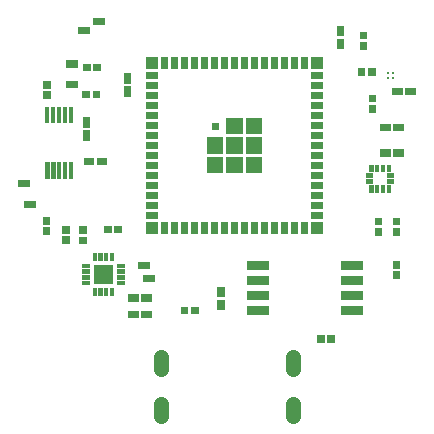
<source format=gts>
G04 Layer: TopSolderMaskLayer*
G04 EasyEDA v6.4.31, 2022-02-15 11:42:09*
G04 cf861d6554b0406c859822548a314204,c17a8ced473b4d519dda31697e0e54b6,10*
G04 Gerber Generator version 0.2*
G04 Scale: 100 percent, Rotated: No, Reflected: No *
G04 Dimensions in inches *
G04 leading zeros omitted , absolute positions ,3 integer and 6 decimal *
%FSLAX36Y36*%
%MOIN*%

%ADD82C,0.0512*%
%ADD99C,0.0119*%

%LPD*%
D82*
X788549Y-554225D02*
G01*
X788549Y-593595D01*
X788549Y-711705D02*
G01*
X788549Y-751075D01*
X346039Y-554225D02*
G01*
X346039Y-593595D01*
X346039Y-711705D02*
G01*
X346039Y-751075D01*
G36*
X-129700Y13099D02*
G01*
X-129700Y36900D01*
X-90200Y36900D01*
X-90200Y13099D01*
G37*
G36*
X-109700Y-56900D02*
G01*
X-109700Y-33099D01*
X-70200Y-33099D01*
X-70200Y-56900D01*
G37*
G36*
X271799Y-262100D02*
G01*
X271799Y-238299D01*
X311299Y-238299D01*
X311299Y-262100D01*
G37*
G36*
X287699Y-305599D02*
G01*
X287699Y-281799D01*
X327199Y-281799D01*
X327199Y-305599D01*
G37*
G36*
X30799Y340599D02*
G01*
X30799Y364400D01*
X70299Y364400D01*
X70299Y340599D01*
G37*
G36*
X31299Y410100D02*
G01*
X31299Y433899D01*
X70799Y433899D01*
X70799Y410100D01*
G37*
G36*
X120299Y553099D02*
G01*
X120299Y576900D01*
X159799Y576900D01*
X159799Y553099D01*
G37*
G36*
X70299Y523099D02*
G01*
X70299Y546900D01*
X109799Y546900D01*
X109799Y523099D01*
G37*
G36*
X1002099Y382399D02*
G01*
X1002099Y407600D01*
X1028399Y407600D01*
X1028399Y382399D01*
G37*
G36*
X1036199Y382399D02*
G01*
X1036199Y407600D01*
X1062500Y407600D01*
X1062500Y382399D01*
G37*
G36*
X1039699Y259800D02*
G01*
X1039699Y286100D01*
X1064899Y286100D01*
X1064899Y259800D01*
G37*
G36*
X1039699Y293899D02*
G01*
X1039699Y320199D01*
X1064899Y320199D01*
X1064899Y293899D01*
G37*
G36*
X118799Y307800D02*
G01*
X118799Y333000D01*
X145099Y333000D01*
X145099Y307800D01*
G37*
G36*
X84699Y307800D02*
G01*
X84699Y333000D01*
X110999Y333000D01*
X110999Y307800D01*
G37*
G36*
X119799Y398499D02*
G01*
X119799Y423699D01*
X146099Y423699D01*
X146099Y398499D01*
G37*
G36*
X85699Y398499D02*
G01*
X85699Y423699D01*
X111999Y423699D01*
X111999Y398499D01*
G37*
G36*
X190399Y-142199D02*
G01*
X190399Y-116999D01*
X216699Y-116999D01*
X216699Y-142199D01*
G37*
G36*
X156299Y-142199D02*
G01*
X156299Y-116999D01*
X182599Y-116999D01*
X182599Y-142199D01*
G37*
G36*
X82099Y-256999D02*
G01*
X82099Y-243099D01*
X109799Y-243099D01*
X109799Y-256999D01*
G37*
G36*
X82099Y-276599D02*
G01*
X82099Y-262800D01*
X109799Y-262800D01*
X109799Y-276599D01*
G37*
G36*
X82099Y-296300D02*
G01*
X82099Y-282500D01*
X109799Y-282500D01*
X109799Y-296300D01*
G37*
G36*
X82099Y-315999D02*
G01*
X82099Y-302199D01*
X109799Y-302199D01*
X109799Y-315999D01*
G37*
G36*
X118599Y-352399D02*
G01*
X118599Y-324699D01*
X132500Y-324699D01*
X132500Y-352399D01*
G37*
G36*
X138299Y-352399D02*
G01*
X138299Y-324699D01*
X152199Y-324699D01*
X152199Y-352399D01*
G37*
G36*
X157999Y-352399D02*
G01*
X157999Y-324699D01*
X171799Y-324699D01*
X171799Y-352399D01*
G37*
G36*
X177699Y-352399D02*
G01*
X177699Y-324699D01*
X191499Y-324699D01*
X191499Y-352399D01*
G37*
G36*
X200199Y-315900D02*
G01*
X200199Y-302100D01*
X227899Y-302100D01*
X227899Y-315900D01*
G37*
G36*
X200199Y-296300D02*
G01*
X200199Y-282399D01*
X227899Y-282399D01*
X227899Y-296300D01*
G37*
G36*
X200199Y-276599D02*
G01*
X200199Y-262699D01*
X227899Y-262699D01*
X227899Y-276599D01*
G37*
G36*
X200199Y-256999D02*
G01*
X200199Y-243099D01*
X227899Y-243099D01*
X227899Y-256999D01*
G37*
G36*
X177699Y-234299D02*
G01*
X177699Y-206599D01*
X191499Y-206599D01*
X191499Y-234299D01*
G37*
G36*
X157999Y-234299D02*
G01*
X157999Y-206599D01*
X171799Y-206599D01*
X171799Y-234299D01*
G37*
G36*
X138299Y-234299D02*
G01*
X138299Y-206599D01*
X152199Y-206599D01*
X152199Y-234299D01*
G37*
G36*
X118599Y-234299D02*
G01*
X118599Y-206599D01*
X132500Y-206599D01*
X132500Y-234299D01*
G37*
G36*
X123499Y-310999D02*
G01*
X123499Y-248000D01*
X186499Y-248000D01*
X186499Y-310999D01*
G37*
G36*
X222399Y313400D02*
G01*
X222399Y348499D01*
X247599Y348499D01*
X247599Y313400D01*
G37*
G36*
X222399Y356300D02*
G01*
X222399Y391399D01*
X247599Y391399D01*
X247599Y356300D01*
G37*
G36*
X446199Y-412600D02*
G01*
X446199Y-387399D01*
X472500Y-387399D01*
X472500Y-412600D01*
G37*
G36*
X412099Y-412600D02*
G01*
X412099Y-387399D01*
X438399Y-387399D01*
X438399Y-412600D01*
G37*
G36*
X867099Y-507600D02*
G01*
X867099Y-482399D01*
X893399Y-482399D01*
X893399Y-507600D01*
G37*
G36*
X901199Y-507600D02*
G01*
X901199Y-482399D01*
X927500Y-482399D01*
X927500Y-507600D01*
G37*
G36*
X40199Y226300D02*
G01*
X40199Y278699D01*
X53199Y278699D01*
X53199Y226300D01*
G37*
G36*
X20499Y226300D02*
G01*
X20499Y278699D01*
X33499Y278699D01*
X33499Y226300D01*
G37*
G36*
X799Y226300D02*
G01*
X799Y278699D01*
X13799Y278699D01*
X13799Y226300D01*
G37*
G36*
X-18900Y226300D02*
G01*
X-18900Y278699D01*
X-5900Y278699D01*
X-5900Y226300D01*
G37*
G36*
X-38600Y226300D02*
G01*
X-38600Y278699D01*
X-25600Y278699D01*
X-25600Y226300D01*
G37*
G36*
X-40000Y39899D02*
G01*
X-40000Y95100D01*
X-24200Y95100D01*
X-24200Y39899D01*
G37*
G36*
X-20300Y39899D02*
G01*
X-20300Y95100D01*
X-4500Y95100D01*
X-4500Y39899D01*
G37*
G36*
X-600Y39899D02*
G01*
X-600Y95100D01*
X15199Y95100D01*
X15199Y39899D01*
G37*
G36*
X19099Y39899D02*
G01*
X19099Y95100D01*
X34899Y95100D01*
X34899Y39899D01*
G37*
G36*
X38799Y39899D02*
G01*
X38799Y95100D01*
X54599Y95100D01*
X54599Y39899D01*
G37*
G36*
X932399Y513899D02*
G01*
X932399Y549000D01*
X957599Y549000D01*
X957599Y513899D01*
G37*
G36*
X932399Y470999D02*
G01*
X932399Y506100D01*
X957599Y506100D01*
X957599Y470999D01*
G37*
G36*
X534699Y-399000D02*
G01*
X534699Y-363899D01*
X559899Y-363899D01*
X559899Y-399000D01*
G37*
G36*
X534699Y-356100D02*
G01*
X534699Y-320999D01*
X559899Y-320999D01*
X559899Y-356100D01*
G37*
G36*
X89299Y84400D02*
G01*
X89299Y109600D01*
X124399Y109600D01*
X124399Y84400D01*
G37*
G36*
X132199Y84400D02*
G01*
X132199Y109600D01*
X167299Y109600D01*
X167299Y84400D01*
G37*
G36*
X86699Y208899D02*
G01*
X86699Y244000D01*
X111899Y244000D01*
X111899Y208899D01*
G37*
G36*
X86699Y165999D02*
G01*
X86699Y201100D01*
X111899Y201100D01*
X111899Y165999D01*
G37*
G36*
X1119699Y-295199D02*
G01*
X1119699Y-268899D01*
X1144899Y-268899D01*
X1144899Y-295199D01*
G37*
G36*
X1119699Y-261100D02*
G01*
X1119699Y-234800D01*
X1144899Y-234800D01*
X1144899Y-261100D01*
G37*
G36*
X-45300Y338899D02*
G01*
X-45300Y365199D01*
X-20100Y365199D01*
X-20100Y338899D01*
G37*
G36*
X-45300Y304800D02*
G01*
X-45300Y331100D01*
X-20100Y331100D01*
X-20100Y304800D01*
G37*
G36*
X1078299Y197399D02*
G01*
X1078299Y222600D01*
X1113399Y222600D01*
X1113399Y197399D01*
G37*
G36*
X1121199Y197399D02*
G01*
X1121199Y222600D01*
X1156299Y222600D01*
X1156299Y197399D01*
G37*
G36*
X1078299Y112399D02*
G01*
X1078299Y137600D01*
X1113399Y137600D01*
X1113399Y112399D01*
G37*
G36*
X1121199Y112399D02*
G01*
X1121199Y137600D01*
X1156299Y137600D01*
X1156299Y112399D01*
G37*
G36*
X1118299Y317399D02*
G01*
X1118299Y342600D01*
X1153399Y342600D01*
X1153399Y317399D01*
G37*
G36*
X1161199Y317399D02*
G01*
X1161199Y342600D01*
X1196299Y342600D01*
X1196299Y317399D01*
G37*
G36*
X1009699Y469800D02*
G01*
X1009699Y496100D01*
X1034899Y496100D01*
X1034899Y469800D01*
G37*
G36*
X1009699Y503899D02*
G01*
X1009699Y530199D01*
X1034899Y530199D01*
X1034899Y503899D01*
G37*
G36*
X1059699Y-150199D02*
G01*
X1059699Y-123899D01*
X1084899Y-123899D01*
X1084899Y-150199D01*
G37*
G36*
X1059699Y-116100D02*
G01*
X1059699Y-89800D01*
X1084899Y-89800D01*
X1084899Y-116100D01*
G37*
G36*
X1119699Y-116100D02*
G01*
X1119699Y-89800D01*
X1144899Y-89800D01*
X1144899Y-116100D01*
G37*
G36*
X1119699Y-150199D02*
G01*
X1119699Y-123899D01*
X1144899Y-123899D01*
X1144899Y-150199D01*
G37*
G36*
X296999Y405799D02*
G01*
X296999Y445300D01*
X336499Y445300D01*
X336499Y405799D01*
G37*
G36*
X296999Y-145300D02*
G01*
X296999Y-105799D01*
X336499Y-105799D01*
X336499Y-145300D01*
G37*
G36*
X848099Y405799D02*
G01*
X848099Y445300D01*
X887599Y445300D01*
X887599Y405799D01*
G37*
G36*
X848099Y-145300D02*
G01*
X848099Y-105799D01*
X887599Y-105799D01*
X887599Y-145300D01*
G37*
G36*
X296999Y372399D02*
G01*
X296999Y396100D01*
X336499Y396100D01*
X336499Y372399D01*
G37*
G36*
X296999Y338899D02*
G01*
X296999Y362699D01*
X336499Y362699D01*
X336499Y338899D01*
G37*
G36*
X296999Y305399D02*
G01*
X296999Y329200D01*
X336499Y329200D01*
X336499Y305399D01*
G37*
G36*
X296999Y271999D02*
G01*
X296999Y295700D01*
X336499Y295700D01*
X336499Y271999D01*
G37*
G36*
X296999Y238499D02*
G01*
X296999Y262300D01*
X336499Y262300D01*
X336499Y238499D01*
G37*
G36*
X296999Y205100D02*
G01*
X296999Y228800D01*
X336499Y228800D01*
X336499Y205100D01*
G37*
G36*
X296999Y171599D02*
G01*
X296999Y195300D01*
X336499Y195300D01*
X336499Y171599D01*
G37*
G36*
X296999Y138099D02*
G01*
X296999Y161900D01*
X336499Y161900D01*
X336499Y138099D01*
G37*
G36*
X296999Y104699D02*
G01*
X296999Y128400D01*
X336499Y128400D01*
X336499Y104699D01*
G37*
G36*
X296999Y71199D02*
G01*
X296999Y94899D01*
X336499Y94899D01*
X336499Y71199D01*
G37*
G36*
X296999Y37699D02*
G01*
X296999Y61500D01*
X336499Y61500D01*
X336499Y37699D01*
G37*
G36*
X296999Y4299D02*
G01*
X296999Y28000D01*
X336499Y28000D01*
X336499Y4299D01*
G37*
G36*
X296999Y-29200D02*
G01*
X296999Y-5399D01*
X336499Y-5399D01*
X336499Y-29200D01*
G37*
G36*
X296999Y-62699D02*
G01*
X296999Y-38899D01*
X336499Y-38899D01*
X336499Y-62699D01*
G37*
G36*
X296999Y-96100D02*
G01*
X296999Y-72399D01*
X336499Y-72399D01*
X336499Y-96100D01*
G37*
G36*
X346199Y-145300D02*
G01*
X346199Y-105799D01*
X369899Y-105799D01*
X369899Y-145300D01*
G37*
G36*
X379599Y-145300D02*
G01*
X379599Y-105799D01*
X403399Y-105799D01*
X403399Y-145300D01*
G37*
G36*
X413099Y-145300D02*
G01*
X413099Y-105799D01*
X436899Y-105799D01*
X436899Y-145300D01*
G37*
G36*
X446599Y-145300D02*
G01*
X446599Y-105799D01*
X470299Y-105799D01*
X470299Y-145300D01*
G37*
G36*
X480000Y-145300D02*
G01*
X480000Y-105799D01*
X503799Y-105799D01*
X503799Y-145300D01*
G37*
G36*
X513499Y-145300D02*
G01*
X513499Y-105799D01*
X537199Y-105799D01*
X537199Y-145300D01*
G37*
G36*
X546999Y-145300D02*
G01*
X546999Y-105799D01*
X570699Y-105799D01*
X570699Y-145300D01*
G37*
G36*
X580399Y-145300D02*
G01*
X580399Y-105799D01*
X604199Y-105799D01*
X604199Y-145300D01*
G37*
G36*
X613899Y-145300D02*
G01*
X613899Y-105799D01*
X637599Y-105799D01*
X637599Y-145300D01*
G37*
G36*
X647399Y-145300D02*
G01*
X647399Y-105799D01*
X671099Y-105799D01*
X671099Y-145300D01*
G37*
G36*
X680799Y-145300D02*
G01*
X680799Y-105799D01*
X704599Y-105799D01*
X704599Y-145300D01*
G37*
G36*
X714299Y-145300D02*
G01*
X714299Y-105799D01*
X737999Y-105799D01*
X737999Y-145300D01*
G37*
G36*
X747799Y-145300D02*
G01*
X747799Y-105799D01*
X771499Y-105799D01*
X771499Y-145300D01*
G37*
G36*
X781199Y-145300D02*
G01*
X781199Y-105799D01*
X805000Y-105799D01*
X805000Y-145300D01*
G37*
G36*
X814699Y-145300D02*
G01*
X814699Y-105799D01*
X838399Y-105799D01*
X838399Y-145300D01*
G37*
G36*
X848099Y-96100D02*
G01*
X848099Y-72399D01*
X887599Y-72399D01*
X887599Y-96100D01*
G37*
G36*
X848099Y-62699D02*
G01*
X848099Y-38899D01*
X887599Y-38899D01*
X887599Y-62699D01*
G37*
G36*
X848099Y-29200D02*
G01*
X848099Y-5399D01*
X887599Y-5399D01*
X887599Y-29200D01*
G37*
G36*
X848099Y4299D02*
G01*
X848099Y28000D01*
X887599Y28000D01*
X887599Y4299D01*
G37*
G36*
X848099Y37699D02*
G01*
X848099Y61500D01*
X887599Y61500D01*
X887599Y37699D01*
G37*
G36*
X848099Y71199D02*
G01*
X848099Y94899D01*
X887599Y94899D01*
X887599Y71199D01*
G37*
G36*
X848099Y104699D02*
G01*
X848099Y128400D01*
X887599Y128400D01*
X887599Y104699D01*
G37*
G36*
X848099Y138099D02*
G01*
X848099Y161900D01*
X887599Y161900D01*
X887599Y138099D01*
G37*
G36*
X848099Y171599D02*
G01*
X848099Y195300D01*
X887599Y195300D01*
X887599Y171599D01*
G37*
G36*
X848099Y205100D02*
G01*
X848099Y228800D01*
X887599Y228800D01*
X887599Y205100D01*
G37*
G36*
X848099Y238499D02*
G01*
X848099Y262300D01*
X887599Y262300D01*
X887599Y238499D01*
G37*
G36*
X848099Y271999D02*
G01*
X848099Y295700D01*
X887599Y295700D01*
X887599Y271999D01*
G37*
G36*
X848099Y305399D02*
G01*
X848099Y329200D01*
X887599Y329200D01*
X887599Y305399D01*
G37*
G36*
X848099Y338899D02*
G01*
X848099Y362699D01*
X887599Y362699D01*
X887599Y338899D01*
G37*
G36*
X848099Y372399D02*
G01*
X848099Y396100D01*
X887599Y396100D01*
X887599Y372399D01*
G37*
G36*
X814699Y405799D02*
G01*
X814699Y445300D01*
X838399Y445300D01*
X838399Y405799D01*
G37*
G36*
X781199Y405799D02*
G01*
X781199Y445300D01*
X805000Y445300D01*
X805000Y405799D01*
G37*
G36*
X747799Y405799D02*
G01*
X747799Y445300D01*
X771499Y445300D01*
X771499Y405799D01*
G37*
G36*
X714299Y405799D02*
G01*
X714299Y445300D01*
X737999Y445300D01*
X737999Y405799D01*
G37*
G36*
X680799Y405799D02*
G01*
X680799Y445300D01*
X704599Y445300D01*
X704599Y405799D01*
G37*
G36*
X647399Y405799D02*
G01*
X647399Y445300D01*
X671099Y445300D01*
X671099Y405799D01*
G37*
G36*
X613899Y405799D02*
G01*
X613899Y445300D01*
X637599Y445300D01*
X637599Y405799D01*
G37*
G36*
X580399Y405799D02*
G01*
X580399Y445300D01*
X604199Y445300D01*
X604199Y405799D01*
G37*
G36*
X546999Y405799D02*
G01*
X546999Y445300D01*
X570699Y445300D01*
X570699Y405799D01*
G37*
G36*
X513499Y405799D02*
G01*
X513499Y445300D01*
X537199Y445300D01*
X537199Y405799D01*
G37*
G36*
X480000Y405799D02*
G01*
X480000Y445300D01*
X503799Y445300D01*
X503799Y405799D01*
G37*
G36*
X446599Y405799D02*
G01*
X446599Y445300D01*
X470299Y445300D01*
X470299Y405799D01*
G37*
G36*
X413099Y405799D02*
G01*
X413099Y445300D01*
X436899Y445300D01*
X436899Y405799D01*
G37*
G36*
X379599Y405799D02*
G01*
X379599Y445300D01*
X403399Y445300D01*
X403399Y405799D01*
G37*
G36*
X346199Y405799D02*
G01*
X346199Y445300D01*
X369899Y445300D01*
X369899Y405799D01*
G37*
G36*
X515499Y203099D02*
G01*
X515499Y226799D01*
X539199Y226799D01*
X539199Y203099D01*
G37*
G36*
X564699Y122399D02*
G01*
X564699Y177600D01*
X619899Y177600D01*
X619899Y122399D01*
G37*
G36*
X564699Y187300D02*
G01*
X564699Y242600D01*
X619899Y242600D01*
X619899Y187300D01*
G37*
G36*
X629599Y187300D02*
G01*
X629599Y242600D01*
X684899Y242600D01*
X684899Y187300D01*
G37*
G36*
X629599Y122399D02*
G01*
X629599Y177600D01*
X684899Y177600D01*
X684899Y122399D01*
G37*
G36*
X629599Y57399D02*
G01*
X629599Y112699D01*
X684899Y112699D01*
X684899Y57399D01*
G37*
G36*
X564699Y57399D02*
G01*
X564699Y112699D01*
X619899Y112699D01*
X619899Y57399D01*
G37*
G36*
X499699Y57399D02*
G01*
X499699Y112699D01*
X555000Y112699D01*
X555000Y57399D01*
G37*
G36*
X499699Y122399D02*
G01*
X499699Y177600D01*
X555000Y177600D01*
X555000Y122399D01*
G37*
G36*
X948299Y-415999D02*
G01*
X948299Y-384000D01*
X1020899Y-384000D01*
X1020899Y-415999D01*
G37*
G36*
X948299Y-365999D02*
G01*
X948299Y-334000D01*
X1020899Y-334000D01*
X1020899Y-365999D01*
G37*
G36*
X948299Y-315999D02*
G01*
X948299Y-284000D01*
X1020899Y-284000D01*
X1020899Y-315999D01*
G37*
G36*
X948299Y-265999D02*
G01*
X948299Y-234000D01*
X1020899Y-234000D01*
X1020899Y-265999D01*
G37*
G36*
X633699Y-265999D02*
G01*
X633699Y-234000D01*
X706299Y-234000D01*
X706299Y-265999D01*
G37*
G36*
X633699Y-315999D02*
G01*
X633699Y-284000D01*
X706299Y-284000D01*
X706299Y-315999D01*
G37*
G36*
X633699Y-365999D02*
G01*
X633699Y-334000D01*
X706299Y-334000D01*
X706299Y-365999D01*
G37*
G36*
X633699Y-415999D02*
G01*
X633699Y-384000D01*
X706299Y-384000D01*
X706299Y-415999D01*
G37*
G36*
X1030999Y22600D02*
G01*
X1030999Y37699D01*
X1054699Y37699D01*
X1054699Y22600D01*
G37*
G36*
X1030999Y42300D02*
G01*
X1030999Y57399D01*
X1054699Y57399D01*
X1054699Y42300D01*
G37*
G36*
X1040299Y62600D02*
G01*
X1040299Y86300D01*
X1055299Y86300D01*
X1055299Y62600D01*
G37*
G36*
X1059899Y62600D02*
G01*
X1059899Y86300D01*
X1075000Y86300D01*
X1075000Y62600D01*
G37*
G36*
X1079599Y62600D02*
G01*
X1079599Y86300D01*
X1094699Y86300D01*
X1094699Y62600D01*
G37*
G36*
X1099299Y62600D02*
G01*
X1099299Y86300D01*
X1114299Y86300D01*
X1114299Y62600D01*
G37*
G36*
X1099899Y42300D02*
G01*
X1099899Y57399D01*
X1123599Y57399D01*
X1123599Y42300D01*
G37*
G36*
X1099899Y22600D02*
G01*
X1099899Y37699D01*
X1123599Y37699D01*
X1123599Y22600D01*
G37*
G36*
X1099299Y-6300D02*
G01*
X1099299Y17399D01*
X1114299Y17399D01*
X1114299Y-6300D01*
G37*
G36*
X1079599Y-6300D02*
G01*
X1079599Y17399D01*
X1094699Y17399D01*
X1094699Y-6300D01*
G37*
G36*
X1059899Y-6300D02*
G01*
X1059899Y17399D01*
X1075000Y17399D01*
X1075000Y-6300D01*
G37*
G36*
X1040299Y-6300D02*
G01*
X1040299Y17399D01*
X1055299Y17399D01*
X1055299Y-6300D01*
G37*
D99*
G01*
X1120169Y392869D03*
G01*
X1120169Y377130D03*
G01*
X1104429Y392869D03*
G01*
X1104429Y377130D03*
G36*
X18199Y-144800D02*
G01*
X18199Y-118499D01*
X43399Y-118499D01*
X43399Y-144800D01*
G37*
G36*
X18199Y-178899D02*
G01*
X18199Y-152600D01*
X43399Y-152600D01*
X43399Y-178899D01*
G37*
G36*
X75199Y-145100D02*
G01*
X75199Y-118800D01*
X100399Y-118800D01*
X100399Y-145100D01*
G37*
G36*
X75199Y-179200D02*
G01*
X75199Y-152899D01*
X100399Y-152899D01*
X100399Y-179200D01*
G37*
G36*
X-47800Y-112899D02*
G01*
X-47800Y-86599D01*
X-22600Y-86599D01*
X-22600Y-112899D01*
G37*
G36*
X-47800Y-146999D02*
G01*
X-47800Y-120700D01*
X-22600Y-120700D01*
X-22600Y-146999D01*
G37*
G36*
X238199Y-369800D02*
G01*
X238199Y-344600D01*
X273299Y-344600D01*
X273299Y-369800D01*
G37*
G36*
X281099Y-369800D02*
G01*
X281099Y-344600D01*
X316199Y-344600D01*
X316199Y-369800D01*
G37*
G36*
X238499Y-425599D02*
G01*
X238499Y-400399D01*
X273599Y-400399D01*
X273599Y-425599D01*
G37*
G36*
X281399Y-425599D02*
G01*
X281399Y-400399D01*
X316499Y-400399D01*
X316499Y-425599D01*
G37*
M02*

</source>
